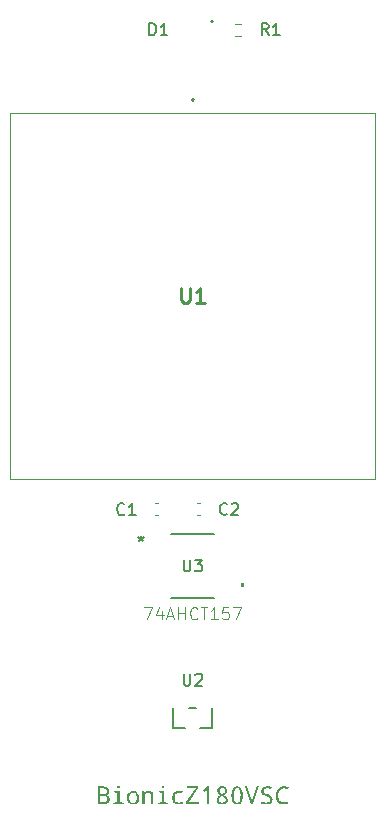
<source format=gbr>
G04 #@! TF.GenerationSoftware,KiCad,Pcbnew,9.0.6-9.0.6~ubuntu25.10.1*
G04 #@! TF.CreationDate,2025-11-17T13:41:13+09:00*
G04 #@! TF.ProjectId,bionic-z180vsc,62696f6e-6963-42d7-9a31-38307673632e,2*
G04 #@! TF.SameCoordinates,Original*
G04 #@! TF.FileFunction,Legend,Top*
G04 #@! TF.FilePolarity,Positive*
%FSLAX46Y46*%
G04 Gerber Fmt 4.6, Leading zero omitted, Abs format (unit mm)*
G04 Created by KiCad (PCBNEW 9.0.6-9.0.6~ubuntu25.10.1) date 2025-11-17 13:41:13*
%MOMM*%
%LPD*%
G01*
G04 APERTURE LIST*
%ADD10C,0.150000*%
%ADD11C,0.100000*%
%ADD12C,0.254000*%
%ADD13C,0.152400*%
%ADD14C,0.000000*%
%ADD15C,0.120000*%
%ADD16C,0.200000*%
G04 APERTURE END LIST*
D10*
G36*
X106252544Y-135676957D02*
G01*
X106364956Y-135695966D01*
X106450348Y-135724097D01*
X106514131Y-135759448D01*
X106567796Y-135808979D01*
X106606862Y-135871540D01*
X106631725Y-135949979D01*
X106640710Y-136048509D01*
X106631363Y-136132661D01*
X106604504Y-136204404D01*
X106560202Y-136266496D01*
X106501731Y-136315933D01*
X106430141Y-136351161D01*
X106342490Y-136371917D01*
X106342490Y-136382175D01*
X106454751Y-136410284D01*
X106539204Y-136450758D01*
X106601537Y-136502106D01*
X106645589Y-136564717D01*
X106672934Y-136640817D01*
X106682659Y-136734160D01*
X106673804Y-136834321D01*
X106648662Y-136919279D01*
X106608233Y-136991916D01*
X106551958Y-137054270D01*
X106483860Y-137103334D01*
X106403500Y-137139492D01*
X106308522Y-137162373D01*
X106195944Y-137170500D01*
X105655923Y-137170500D01*
X105655923Y-137007559D01*
X105847532Y-137007559D01*
X106162147Y-137007559D01*
X106268212Y-136998123D01*
X106346783Y-136972830D01*
X106404375Y-136934364D01*
X106445356Y-136882684D01*
X106471319Y-136815043D01*
X106480792Y-136726466D01*
X106471492Y-136646542D01*
X106445711Y-136584595D01*
X106404251Y-136536312D01*
X106344728Y-136499629D01*
X106261988Y-136475119D01*
X106148775Y-136465889D01*
X105847532Y-136465889D01*
X105847532Y-137007559D01*
X105655923Y-137007559D01*
X105655923Y-136302949D01*
X105847532Y-136302949D01*
X106138608Y-136302949D01*
X106244351Y-136295385D01*
X106319524Y-136275652D01*
X106371707Y-136246895D01*
X106410679Y-136204117D01*
X106435677Y-136144221D01*
X106444980Y-136061240D01*
X106435272Y-135983708D01*
X106408830Y-135927028D01*
X106366578Y-135885843D01*
X106311338Y-135858816D01*
X106231206Y-135840044D01*
X106118092Y-135832812D01*
X105847532Y-135832812D01*
X105847532Y-136302949D01*
X105655923Y-136302949D01*
X105655923Y-135669871D01*
X106106826Y-135669871D01*
X106252544Y-135676957D01*
G37*
G36*
X107425096Y-135581944D02*
G01*
X107473789Y-135589664D01*
X107505925Y-135610434D01*
X107526053Y-135644856D01*
X107533723Y-135698631D01*
X107524959Y-135752334D01*
X107501391Y-135787291D01*
X107466265Y-135809110D01*
X107425096Y-135816417D01*
X107375952Y-135808625D01*
X107343519Y-135787660D01*
X107323204Y-135752914D01*
X107315462Y-135698631D01*
X107323171Y-135644950D01*
X107343434Y-135610522D01*
X107375861Y-135589697D01*
X107425096Y-135581944D01*
G37*
G36*
X107330757Y-136191574D02*
G01*
X107055160Y-136170233D01*
X107055160Y-136045028D01*
X107517328Y-136045028D01*
X107517328Y-137023954D01*
X107878014Y-137044470D01*
X107878014Y-137170500D01*
X106978315Y-137170500D01*
X106978315Y-137044470D01*
X107330757Y-137023954D01*
X107330757Y-136191574D01*
G37*
G36*
X108775192Y-136037777D02*
G01*
X108870763Y-136067647D01*
X108955880Y-136116695D01*
X109032336Y-136186353D01*
X109092917Y-136269333D01*
X109137182Y-136365595D01*
X109164960Y-136477641D01*
X109174760Y-136608680D01*
X109164939Y-136744302D01*
X109137297Y-136858635D01*
X109093620Y-136955297D01*
X109034351Y-137037143D01*
X108959109Y-137105204D01*
X108873259Y-137153664D01*
X108774695Y-137183517D01*
X108660385Y-137193947D01*
X108552820Y-137183632D01*
X108457816Y-137153756D01*
X108372801Y-137104580D01*
X108296036Y-137034578D01*
X108235339Y-136951290D01*
X108190924Y-136854379D01*
X108163012Y-136741273D01*
X108153153Y-136608680D01*
X108345769Y-136608680D01*
X108354403Y-136738761D01*
X108377592Y-136837817D01*
X108412311Y-136912285D01*
X108457141Y-136967293D01*
X108512453Y-137006274D01*
X108580359Y-137030571D01*
X108664415Y-137039250D01*
X108748139Y-137030585D01*
X108815801Y-137006323D01*
X108870938Y-136967383D01*
X108915648Y-136912403D01*
X108950290Y-136837937D01*
X108973434Y-136738845D01*
X108982053Y-136608680D01*
X108973441Y-136480148D01*
X108950292Y-136382160D01*
X108915592Y-136308379D01*
X108870708Y-136253774D01*
X108815223Y-136215002D01*
X108746982Y-136190796D01*
X108662400Y-136182140D01*
X108578813Y-136190752D01*
X108511307Y-136214855D01*
X108456345Y-136253508D01*
X108411820Y-136308029D01*
X108377352Y-136381803D01*
X108354337Y-136479897D01*
X108345769Y-136608680D01*
X108153153Y-136608680D01*
X108162871Y-136473982D01*
X108190217Y-136360445D01*
X108233414Y-136264476D01*
X108292006Y-136183239D01*
X108366471Y-136115805D01*
X108452084Y-136067643D01*
X108551047Y-136037874D01*
X108666521Y-136027443D01*
X108775192Y-136037777D01*
G37*
G36*
X110202962Y-137170500D02*
G01*
X110202962Y-136447846D01*
X110194926Y-136360143D01*
X110173314Y-136294869D01*
X110140260Y-136246713D01*
X110095536Y-136212199D01*
X110036607Y-136190198D01*
X109959055Y-136182140D01*
X109875190Y-136190532D01*
X109807751Y-136213944D01*
X109753160Y-136251290D01*
X109709213Y-136303628D01*
X109675382Y-136374009D01*
X109652885Y-136467116D01*
X109644531Y-136588896D01*
X109644531Y-137170500D01*
X109458051Y-137170500D01*
X109458051Y-136045028D01*
X109608719Y-136045028D01*
X109636379Y-136199543D01*
X109646637Y-136199543D01*
X109693414Y-136138377D01*
X109749571Y-136091230D01*
X109816326Y-136056826D01*
X109895798Y-136035147D01*
X109990837Y-136027443D01*
X110103001Y-136036951D01*
X110191122Y-136063033D01*
X110260244Y-136103486D01*
X110313950Y-136158227D01*
X110353969Y-136229294D01*
X110379937Y-136320575D01*
X110389441Y-136437405D01*
X110389441Y-137170500D01*
X110202962Y-137170500D01*
G37*
G36*
X111201579Y-135581944D02*
G01*
X111250272Y-135589664D01*
X111282407Y-135610434D01*
X111302536Y-135644856D01*
X111310206Y-135698631D01*
X111301442Y-135752334D01*
X111277874Y-135787291D01*
X111242748Y-135809110D01*
X111201579Y-135816417D01*
X111152435Y-135808625D01*
X111120002Y-135787660D01*
X111099687Y-135752914D01*
X111091944Y-135698631D01*
X111099654Y-135644950D01*
X111119917Y-135610522D01*
X111152344Y-135589697D01*
X111201579Y-135581944D01*
G37*
G36*
X111107240Y-136191574D02*
G01*
X110831643Y-136170233D01*
X110831643Y-136045028D01*
X111293811Y-136045028D01*
X111293811Y-137023954D01*
X111654497Y-137044470D01*
X111654497Y-137170500D01*
X110754798Y-137170500D01*
X110754798Y-137044470D01*
X111107240Y-137023954D01*
X111107240Y-136191574D01*
G37*
G36*
X112898945Y-136087893D02*
G01*
X112835380Y-136249826D01*
X112731319Y-136215363D01*
X112640434Y-136196314D01*
X112560790Y-136190383D01*
X112455804Y-136199824D01*
X112372653Y-136225870D01*
X112306713Y-136266656D01*
X112254834Y-136322524D01*
X112215720Y-136395962D01*
X112190110Y-136491295D01*
X112180687Y-136614267D01*
X112189901Y-136735439D01*
X112214926Y-136829283D01*
X112253104Y-136901479D01*
X112303666Y-136956313D01*
X112367829Y-136996281D01*
X112448625Y-137021773D01*
X112550532Y-137031006D01*
X112656714Y-137024181D01*
X112766055Y-137003300D01*
X112879436Y-136967442D01*
X112879436Y-137131390D01*
X112785837Y-137164837D01*
X112674532Y-137186282D01*
X112542289Y-137193947D01*
X112411475Y-137183556D01*
X112302167Y-137154347D01*
X112210463Y-137108077D01*
X112133427Y-137044837D01*
X112072394Y-136966413D01*
X112027177Y-136871374D01*
X111998323Y-136756309D01*
X111987980Y-136616831D01*
X111994872Y-136499118D01*
X112014279Y-136398757D01*
X112044759Y-136313178D01*
X112085536Y-136240199D01*
X112136541Y-136178110D01*
X112215072Y-136114306D01*
X112308746Y-136067538D01*
X112420603Y-136037971D01*
X112554654Y-136027443D01*
X112675103Y-136034292D01*
X112789564Y-136054512D01*
X112898945Y-136087893D01*
G37*
G36*
X114222344Y-137170500D02*
G01*
X113175092Y-137170500D01*
X113175092Y-137023954D01*
X113987688Y-135837941D01*
X113196616Y-135837941D01*
X113196616Y-135669871D01*
X114201828Y-135669871D01*
X114201828Y-135816417D01*
X113389232Y-137002430D01*
X114222344Y-137002430D01*
X114222344Y-137170500D01*
G37*
G36*
X115106106Y-137170500D02*
G01*
X114925763Y-137170500D01*
X114925763Y-136233614D01*
X114934007Y-135863129D01*
X114809992Y-135979266D01*
X114659325Y-136103647D01*
X114559949Y-135977251D01*
X114952416Y-135669871D01*
X115106106Y-135669871D01*
X115106106Y-137170500D01*
G37*
G36*
X116311304Y-135653125D02*
G01*
X116392147Y-135672151D01*
X116462032Y-135702472D01*
X116522654Y-135743877D01*
X116573565Y-135796610D01*
X116609625Y-135856979D01*
X116631783Y-135926507D01*
X116639524Y-136007476D01*
X116629341Y-136095417D01*
X116599402Y-136174362D01*
X116548821Y-136246688D01*
X116474427Y-136313735D01*
X116371070Y-136375672D01*
X116478260Y-136439854D01*
X116558799Y-136504882D01*
X116617143Y-136570733D01*
X116656759Y-136637900D01*
X116679953Y-136707396D01*
X116687701Y-136780688D01*
X116679179Y-136871709D01*
X116654716Y-136950576D01*
X116614837Y-137019679D01*
X116558557Y-137080649D01*
X116491261Y-137128832D01*
X116413375Y-137164056D01*
X116322921Y-137186156D01*
X116217381Y-137193947D01*
X116106194Y-137186359D01*
X116013560Y-137165146D01*
X115936336Y-137131932D01*
X115871991Y-137087335D01*
X115818676Y-137029906D01*
X115780361Y-136962499D01*
X115756493Y-136883123D01*
X115748068Y-136788931D01*
X115930517Y-136788931D01*
X115938870Y-136866277D01*
X115961790Y-136925440D01*
X115998044Y-136970745D01*
X116049116Y-137004545D01*
X116118942Y-137026812D01*
X116213351Y-137035128D01*
X116303923Y-137026748D01*
X116374308Y-137003783D01*
X116428956Y-136967992D01*
X116470644Y-136918550D01*
X116496240Y-136857333D01*
X116505343Y-136780780D01*
X116498196Y-136721679D01*
X116476986Y-136667667D01*
X116440771Y-136617198D01*
X116394000Y-136574050D01*
X116323170Y-136525229D01*
X116221502Y-136470011D01*
X116190728Y-136455631D01*
X116088968Y-136514258D01*
X116016697Y-136576332D01*
X115968283Y-136641888D01*
X115940029Y-136712049D01*
X115930517Y-136788931D01*
X115748068Y-136788931D01*
X115755884Y-136705151D01*
X115778688Y-136629651D01*
X115816450Y-136560678D01*
X115870369Y-136497004D01*
X115942787Y-136438032D01*
X116037038Y-136383824D01*
X115945164Y-136316254D01*
X115878286Y-136245460D01*
X115832505Y-136170978D01*
X115805405Y-136091579D01*
X115797403Y-136016269D01*
X115978603Y-136016269D01*
X115984518Y-136075670D01*
X116001514Y-136126952D01*
X116029344Y-136171790D01*
X116067251Y-136209652D01*
X116128158Y-136252108D01*
X116219487Y-136299743D01*
X116313512Y-136249346D01*
X116379582Y-136196196D01*
X116423362Y-136140408D01*
X116448684Y-136081062D01*
X116457166Y-136016269D01*
X116449365Y-135950614D01*
X116427655Y-135899428D01*
X116392594Y-135859282D01*
X116346648Y-135830370D01*
X116288657Y-135811927D01*
X116215366Y-135805243D01*
X116144824Y-135811854D01*
X116088220Y-135830229D01*
X116042625Y-135859282D01*
X116007889Y-135899385D01*
X115986349Y-135950568D01*
X115978603Y-136016269D01*
X115797403Y-136016269D01*
X115796245Y-136005370D01*
X115804107Y-135925094D01*
X115826648Y-135856052D01*
X115863441Y-135795960D01*
X115915588Y-135743327D01*
X115977542Y-135701850D01*
X116047478Y-135671715D01*
X116126826Y-135652972D01*
X116217381Y-135646424D01*
X116311304Y-135653125D01*
G37*
G36*
X117566876Y-135654805D02*
G01*
X117647119Y-135678827D01*
X117717306Y-135717859D01*
X117779107Y-135772688D01*
X117833322Y-135845452D01*
X117882333Y-135945187D01*
X117920454Y-136070514D01*
X117945596Y-136226671D01*
X117954772Y-136419636D01*
X117946093Y-136613762D01*
X117922402Y-136769394D01*
X117886699Y-136892798D01*
X117841186Y-136989505D01*
X117787132Y-137064177D01*
X117724757Y-137120409D01*
X117653194Y-137160501D01*
X117570572Y-137185267D01*
X117474193Y-137193947D01*
X117382886Y-137185610D01*
X117303638Y-137161681D01*
X117234118Y-137122731D01*
X117172706Y-137067906D01*
X117118637Y-136995011D01*
X117069886Y-136895281D01*
X117031933Y-136769791D01*
X117006883Y-136613252D01*
X116997737Y-136419636D01*
X116997757Y-136419178D01*
X117187238Y-136419178D01*
X117192905Y-136591671D01*
X117207958Y-136722834D01*
X117229812Y-136820328D01*
X117256390Y-136890964D01*
X117297550Y-136955978D01*
X117346535Y-136999822D01*
X117404459Y-137026012D01*
X117474193Y-137035128D01*
X117544929Y-137025961D01*
X117603755Y-136999630D01*
X117653553Y-136955597D01*
X117695477Y-136890414D01*
X117722706Y-136819475D01*
X117745044Y-136721905D01*
X117760408Y-136590991D01*
X117766186Y-136419178D01*
X117760420Y-136248511D01*
X117745074Y-136118229D01*
X117722739Y-136020910D01*
X117695477Y-135949957D01*
X117653553Y-135884774D01*
X117603755Y-135840741D01*
X117544929Y-135814410D01*
X117474193Y-135805243D01*
X117404428Y-135814339D01*
X117346495Y-135840463D01*
X117297523Y-135884173D01*
X117256390Y-135948949D01*
X117229812Y-136019327D01*
X117207959Y-136116484D01*
X117192905Y-136247217D01*
X117187238Y-136419178D01*
X116997757Y-136419178D01*
X117006367Y-136225507D01*
X117029922Y-136069943D01*
X117065405Y-135946664D01*
X117110612Y-135850124D01*
X117164262Y-135775646D01*
X117226119Y-135719612D01*
X117297024Y-135679696D01*
X117378826Y-135655057D01*
X117474193Y-135646424D01*
X117566876Y-135654805D01*
G37*
G36*
X119127504Y-135669871D02*
G01*
X119331385Y-135669871D01*
X118830382Y-137170500D01*
X118638774Y-137170500D01*
X118139694Y-135669871D01*
X118340553Y-135669871D01*
X118642804Y-136621319D01*
X118683809Y-136762478D01*
X118733021Y-136964145D01*
X118770804Y-136809554D01*
X118828276Y-136615183D01*
X119127504Y-135669871D01*
G37*
G36*
X119509164Y-137124154D02*
G01*
X119509164Y-136942804D01*
X119655313Y-136992600D01*
X119796304Y-137021548D01*
X119933413Y-137031006D01*
X120058784Y-137021707D01*
X120149135Y-136997241D01*
X120212875Y-136961216D01*
X120256258Y-136914809D01*
X120282677Y-136856551D01*
X120292084Y-136782611D01*
X120283511Y-136714953D01*
X120259390Y-136661363D01*
X120219819Y-136618480D01*
X120167434Y-136584459D01*
X120075226Y-136539822D01*
X119927277Y-136482101D01*
X119788529Y-136423935D01*
X119689354Y-136364038D01*
X119621363Y-136303132D01*
X119581694Y-136248698D01*
X119552903Y-136186535D01*
X119534963Y-136115204D01*
X119528672Y-136032847D01*
X119537364Y-135946218D01*
X119562220Y-135872349D01*
X119602757Y-135808605D01*
X119660289Y-135753311D01*
X119727906Y-135711253D01*
X119808873Y-135679719D01*
X119905728Y-135659515D01*
X120021524Y-135652286D01*
X120176344Y-135661558D01*
X120317830Y-135688490D01*
X120447789Y-135732245D01*
X120382210Y-135900223D01*
X120248463Y-135854489D01*
X120126092Y-135828604D01*
X120013372Y-135820356D01*
X119909063Y-135828278D01*
X119833631Y-135849167D01*
X119780159Y-135880050D01*
X119743553Y-135920043D01*
X119721143Y-135970525D01*
X119713137Y-136034862D01*
X119721011Y-136101705D01*
X119743426Y-136156902D01*
X119780273Y-136203115D01*
X119829774Y-136239869D01*
X119917068Y-136284876D01*
X120057428Y-136339494D01*
X120223948Y-136408516D01*
X120330756Y-136470444D01*
X120394025Y-136525698D01*
X120440111Y-136593956D01*
X120468539Y-136675029D01*
X120478563Y-136772353D01*
X120469159Y-136868121D01*
X120442277Y-136949858D01*
X120398518Y-137020419D01*
X120336597Y-137081656D01*
X120263707Y-137128036D01*
X120174517Y-137163101D01*
X120065739Y-137185771D01*
X119933413Y-137193947D01*
X119752234Y-137184785D01*
X119613587Y-137160294D01*
X119509164Y-137124154D01*
G37*
G36*
X121775310Y-136966435D02*
G01*
X121775310Y-137133222D01*
X121673783Y-137165595D01*
X121552648Y-137186467D01*
X121408488Y-137193947D01*
X121281447Y-137184991D01*
X121171985Y-137159556D01*
X121077279Y-137119031D01*
X120995069Y-137063736D01*
X120923788Y-136992904D01*
X120866630Y-136911494D01*
X120820474Y-136816054D01*
X120785756Y-136704406D01*
X120763590Y-136573914D01*
X120755718Y-136421559D01*
X120763991Y-136277450D01*
X120787539Y-136151495D01*
X120824941Y-136041197D01*
X120875460Y-135944421D01*
X120939083Y-135859465D01*
X121016652Y-135785814D01*
X121103905Y-135728674D01*
X121202197Y-135687137D01*
X121313476Y-135661304D01*
X121440178Y-135652286D01*
X121588318Y-135662707D01*
X121718180Y-135692523D01*
X121832646Y-135740397D01*
X121752687Y-135900223D01*
X121645359Y-135855006D01*
X121541626Y-135828879D01*
X121440178Y-135820356D01*
X121333318Y-135830987D01*
X121240941Y-135861552D01*
X121160059Y-135911619D01*
X121088743Y-135982838D01*
X121033730Y-136066733D01*
X120992848Y-136166036D01*
X120966843Y-136283646D01*
X120957585Y-136423116D01*
X120966646Y-136572561D01*
X120991635Y-136694055D01*
X121030038Y-136792411D01*
X121080500Y-136871638D01*
X121147366Y-136937775D01*
X121227594Y-136985422D01*
X121323904Y-137015268D01*
X121440270Y-137025877D01*
X121528428Y-137020285D01*
X121638697Y-137001566D01*
X121775310Y-136966435D01*
G37*
D11*
X109628571Y-120511419D02*
X110295237Y-120511419D01*
X110295237Y-120511419D02*
X109866666Y-121511419D01*
X111104761Y-120844752D02*
X111104761Y-121511419D01*
X110866666Y-120463800D02*
X110628571Y-121178085D01*
X110628571Y-121178085D02*
X111247618Y-121178085D01*
X111580952Y-121225704D02*
X112057142Y-121225704D01*
X111485714Y-121511419D02*
X111819047Y-120511419D01*
X111819047Y-120511419D02*
X112152380Y-121511419D01*
X112485714Y-121511419D02*
X112485714Y-120511419D01*
X112485714Y-120987609D02*
X113057142Y-120987609D01*
X113057142Y-121511419D02*
X113057142Y-120511419D01*
X114104761Y-121416180D02*
X114057142Y-121463800D01*
X114057142Y-121463800D02*
X113914285Y-121511419D01*
X113914285Y-121511419D02*
X113819047Y-121511419D01*
X113819047Y-121511419D02*
X113676190Y-121463800D01*
X113676190Y-121463800D02*
X113580952Y-121368561D01*
X113580952Y-121368561D02*
X113533333Y-121273323D01*
X113533333Y-121273323D02*
X113485714Y-121082847D01*
X113485714Y-121082847D02*
X113485714Y-120939990D01*
X113485714Y-120939990D02*
X113533333Y-120749514D01*
X113533333Y-120749514D02*
X113580952Y-120654276D01*
X113580952Y-120654276D02*
X113676190Y-120559038D01*
X113676190Y-120559038D02*
X113819047Y-120511419D01*
X113819047Y-120511419D02*
X113914285Y-120511419D01*
X113914285Y-120511419D02*
X114057142Y-120559038D01*
X114057142Y-120559038D02*
X114104761Y-120606657D01*
X114390476Y-120511419D02*
X114961904Y-120511419D01*
X114676190Y-121511419D02*
X114676190Y-120511419D01*
X115819047Y-121511419D02*
X115247619Y-121511419D01*
X115533333Y-121511419D02*
X115533333Y-120511419D01*
X115533333Y-120511419D02*
X115438095Y-120654276D01*
X115438095Y-120654276D02*
X115342857Y-120749514D01*
X115342857Y-120749514D02*
X115247619Y-120797133D01*
X116723809Y-120511419D02*
X116247619Y-120511419D01*
X116247619Y-120511419D02*
X116200000Y-120987609D01*
X116200000Y-120987609D02*
X116247619Y-120939990D01*
X116247619Y-120939990D02*
X116342857Y-120892371D01*
X116342857Y-120892371D02*
X116580952Y-120892371D01*
X116580952Y-120892371D02*
X116676190Y-120939990D01*
X116676190Y-120939990D02*
X116723809Y-120987609D01*
X116723809Y-120987609D02*
X116771428Y-121082847D01*
X116771428Y-121082847D02*
X116771428Y-121320942D01*
X116771428Y-121320942D02*
X116723809Y-121416180D01*
X116723809Y-121416180D02*
X116676190Y-121463800D01*
X116676190Y-121463800D02*
X116580952Y-121511419D01*
X116580952Y-121511419D02*
X116342857Y-121511419D01*
X116342857Y-121511419D02*
X116247619Y-121463800D01*
X116247619Y-121463800D02*
X116200000Y-121416180D01*
X117104762Y-120511419D02*
X117771428Y-120511419D01*
X117771428Y-120511419D02*
X117342857Y-121511419D01*
D10*
X112938095Y-116455820D02*
X112938095Y-117265343D01*
X112938095Y-117265343D02*
X112985714Y-117360581D01*
X112985714Y-117360581D02*
X113033333Y-117408201D01*
X113033333Y-117408201D02*
X113128571Y-117455820D01*
X113128571Y-117455820D02*
X113319047Y-117455820D01*
X113319047Y-117455820D02*
X113414285Y-117408201D01*
X113414285Y-117408201D02*
X113461904Y-117360581D01*
X113461904Y-117360581D02*
X113509523Y-117265343D01*
X113509523Y-117265343D02*
X113509523Y-116455820D01*
X113890476Y-116455820D02*
X114509523Y-116455820D01*
X114509523Y-116455820D02*
X114176190Y-116836772D01*
X114176190Y-116836772D02*
X114319047Y-116836772D01*
X114319047Y-116836772D02*
X114414285Y-116884391D01*
X114414285Y-116884391D02*
X114461904Y-116932010D01*
X114461904Y-116932010D02*
X114509523Y-117027248D01*
X114509523Y-117027248D02*
X114509523Y-117265343D01*
X114509523Y-117265343D02*
X114461904Y-117360581D01*
X114461904Y-117360581D02*
X114414285Y-117408201D01*
X114414285Y-117408201D02*
X114319047Y-117455820D01*
X114319047Y-117455820D02*
X114033333Y-117455820D01*
X114033333Y-117455820D02*
X113938095Y-117408201D01*
X113938095Y-117408201D02*
X113890476Y-117360581D01*
X109331200Y-114438220D02*
X109331200Y-114676315D01*
X109093105Y-114581077D02*
X109331200Y-114676315D01*
X109331200Y-114676315D02*
X109569295Y-114581077D01*
X109188343Y-114866791D02*
X109331200Y-114676315D01*
X109331200Y-114676315D02*
X109474057Y-114866791D01*
X110040905Y-72055019D02*
X110040905Y-71055019D01*
X110040905Y-71055019D02*
X110279000Y-71055019D01*
X110279000Y-71055019D02*
X110421857Y-71102638D01*
X110421857Y-71102638D02*
X110517095Y-71197876D01*
X110517095Y-71197876D02*
X110564714Y-71293114D01*
X110564714Y-71293114D02*
X110612333Y-71483590D01*
X110612333Y-71483590D02*
X110612333Y-71626447D01*
X110612333Y-71626447D02*
X110564714Y-71816923D01*
X110564714Y-71816923D02*
X110517095Y-71912161D01*
X110517095Y-71912161D02*
X110421857Y-72007400D01*
X110421857Y-72007400D02*
X110279000Y-72055019D01*
X110279000Y-72055019D02*
X110040905Y-72055019D01*
X111564714Y-72055019D02*
X110993286Y-72055019D01*
X111279000Y-72055019D02*
X111279000Y-71055019D01*
X111279000Y-71055019D02*
X111183762Y-71197876D01*
X111183762Y-71197876D02*
X111088524Y-71293114D01*
X111088524Y-71293114D02*
X110993286Y-71340733D01*
X120137333Y-72055019D02*
X119804000Y-71578828D01*
X119565905Y-72055019D02*
X119565905Y-71055019D01*
X119565905Y-71055019D02*
X119946857Y-71055019D01*
X119946857Y-71055019D02*
X120042095Y-71102638D01*
X120042095Y-71102638D02*
X120089714Y-71150257D01*
X120089714Y-71150257D02*
X120137333Y-71245495D01*
X120137333Y-71245495D02*
X120137333Y-71388352D01*
X120137333Y-71388352D02*
X120089714Y-71483590D01*
X120089714Y-71483590D02*
X120042095Y-71531209D01*
X120042095Y-71531209D02*
X119946857Y-71578828D01*
X119946857Y-71578828D02*
X119565905Y-71578828D01*
X121089714Y-72055019D02*
X120518286Y-72055019D01*
X120804000Y-72055019D02*
X120804000Y-71055019D01*
X120804000Y-71055019D02*
X120708762Y-71197876D01*
X120708762Y-71197876D02*
X120613524Y-71293114D01*
X120613524Y-71293114D02*
X120518286Y-71340733D01*
D12*
X112732380Y-93434318D02*
X112732380Y-94462413D01*
X112732380Y-94462413D02*
X112792857Y-94583365D01*
X112792857Y-94583365D02*
X112853333Y-94643842D01*
X112853333Y-94643842D02*
X112974285Y-94704318D01*
X112974285Y-94704318D02*
X113216190Y-94704318D01*
X113216190Y-94704318D02*
X113337142Y-94643842D01*
X113337142Y-94643842D02*
X113397619Y-94583365D01*
X113397619Y-94583365D02*
X113458095Y-94462413D01*
X113458095Y-94462413D02*
X113458095Y-93434318D01*
X114728095Y-94704318D02*
X114002380Y-94704318D01*
X114365237Y-94704318D02*
X114365237Y-93434318D01*
X114365237Y-93434318D02*
X114244285Y-93615746D01*
X114244285Y-93615746D02*
X114123333Y-93736699D01*
X114123333Y-93736699D02*
X114002380Y-93797175D01*
D10*
X112938095Y-126122219D02*
X112938095Y-126931742D01*
X112938095Y-126931742D02*
X112985714Y-127026980D01*
X112985714Y-127026980D02*
X113033333Y-127074600D01*
X113033333Y-127074600D02*
X113128571Y-127122219D01*
X113128571Y-127122219D02*
X113319047Y-127122219D01*
X113319047Y-127122219D02*
X113414285Y-127074600D01*
X113414285Y-127074600D02*
X113461904Y-127026980D01*
X113461904Y-127026980D02*
X113509523Y-126931742D01*
X113509523Y-126931742D02*
X113509523Y-126122219D01*
X113938095Y-126217457D02*
X113985714Y-126169838D01*
X113985714Y-126169838D02*
X114080952Y-126122219D01*
X114080952Y-126122219D02*
X114319047Y-126122219D01*
X114319047Y-126122219D02*
X114414285Y-126169838D01*
X114414285Y-126169838D02*
X114461904Y-126217457D01*
X114461904Y-126217457D02*
X114509523Y-126312695D01*
X114509523Y-126312695D02*
X114509523Y-126407933D01*
X114509523Y-126407933D02*
X114461904Y-126550790D01*
X114461904Y-126550790D02*
X113890476Y-127122219D01*
X113890476Y-127122219D02*
X114509523Y-127122219D01*
X107919933Y-112599780D02*
X107872314Y-112647400D01*
X107872314Y-112647400D02*
X107729457Y-112695019D01*
X107729457Y-112695019D02*
X107634219Y-112695019D01*
X107634219Y-112695019D02*
X107491362Y-112647400D01*
X107491362Y-112647400D02*
X107396124Y-112552161D01*
X107396124Y-112552161D02*
X107348505Y-112456923D01*
X107348505Y-112456923D02*
X107300886Y-112266447D01*
X107300886Y-112266447D02*
X107300886Y-112123590D01*
X107300886Y-112123590D02*
X107348505Y-111933114D01*
X107348505Y-111933114D02*
X107396124Y-111837876D01*
X107396124Y-111837876D02*
X107491362Y-111742638D01*
X107491362Y-111742638D02*
X107634219Y-111695019D01*
X107634219Y-111695019D02*
X107729457Y-111695019D01*
X107729457Y-111695019D02*
X107872314Y-111742638D01*
X107872314Y-111742638D02*
X107919933Y-111790257D01*
X108872314Y-112695019D02*
X108300886Y-112695019D01*
X108586600Y-112695019D02*
X108586600Y-111695019D01*
X108586600Y-111695019D02*
X108491362Y-111837876D01*
X108491362Y-111837876D02*
X108396124Y-111933114D01*
X108396124Y-111933114D02*
X108300886Y-111980733D01*
X116632133Y-112574380D02*
X116584514Y-112622000D01*
X116584514Y-112622000D02*
X116441657Y-112669619D01*
X116441657Y-112669619D02*
X116346419Y-112669619D01*
X116346419Y-112669619D02*
X116203562Y-112622000D01*
X116203562Y-112622000D02*
X116108324Y-112526761D01*
X116108324Y-112526761D02*
X116060705Y-112431523D01*
X116060705Y-112431523D02*
X116013086Y-112241047D01*
X116013086Y-112241047D02*
X116013086Y-112098190D01*
X116013086Y-112098190D02*
X116060705Y-111907714D01*
X116060705Y-111907714D02*
X116108324Y-111812476D01*
X116108324Y-111812476D02*
X116203562Y-111717238D01*
X116203562Y-111717238D02*
X116346419Y-111669619D01*
X116346419Y-111669619D02*
X116441657Y-111669619D01*
X116441657Y-111669619D02*
X116584514Y-111717238D01*
X116584514Y-111717238D02*
X116632133Y-111764857D01*
X117013086Y-111764857D02*
X117060705Y-111717238D01*
X117060705Y-111717238D02*
X117155943Y-111669619D01*
X117155943Y-111669619D02*
X117394038Y-111669619D01*
X117394038Y-111669619D02*
X117489276Y-111717238D01*
X117489276Y-111717238D02*
X117536895Y-111764857D01*
X117536895Y-111764857D02*
X117584514Y-111860095D01*
X117584514Y-111860095D02*
X117584514Y-111955333D01*
X117584514Y-111955333D02*
X117536895Y-112098190D01*
X117536895Y-112098190D02*
X116965467Y-112669619D01*
X116965467Y-112669619D02*
X117584514Y-112669619D01*
D13*
X111860576Y-119680701D02*
X115539424Y-119680701D01*
X115539424Y-114321301D02*
X111860576Y-114321301D01*
D14*
G36*
X118068800Y-118816502D02*
G01*
X117814800Y-118816502D01*
X117814800Y-118435502D01*
X118068800Y-118435502D01*
X118068800Y-118816502D01*
G37*
D13*
X115427200Y-70914400D02*
G75*
G02*
X115274800Y-70914400I-76200J0D01*
G01*
X115274800Y-70914400D02*
G75*
G02*
X115427200Y-70914400I76200J0D01*
G01*
D15*
X117255276Y-71077700D02*
X117764724Y-71077700D01*
X117255276Y-72122700D02*
X117764724Y-72122700D01*
D11*
X98225000Y-78655000D02*
X129175000Y-78655000D01*
X98225000Y-109605000D02*
X98225000Y-78655000D01*
D16*
X113700000Y-77420000D02*
X113700000Y-77420000D01*
X113700000Y-77620000D02*
X113700000Y-77620000D01*
D11*
X129175000Y-78655000D02*
X129175000Y-109605000D01*
X129175000Y-109605000D02*
X98225000Y-109605000D01*
D16*
X113700000Y-77420000D02*
G75*
G02*
X113700000Y-77620000I0J-100000D01*
G01*
X113700000Y-77620000D02*
G75*
G02*
X113700000Y-77420000I0J100000D01*
G01*
D13*
X112048000Y-129067000D02*
X112048000Y-130721000D01*
X112048000Y-130721000D02*
X113037060Y-130721000D01*
X113987061Y-129067000D02*
X113412939Y-129067000D01*
X114362940Y-130721000D02*
X115352000Y-130721000D01*
X115352000Y-130721000D02*
X115352000Y-129067000D01*
D15*
X110773967Y-111704800D02*
X110481433Y-111704800D01*
X110773967Y-112724800D02*
X110481433Y-112724800D01*
X114062833Y-111704800D02*
X114355367Y-111704800D01*
X114062833Y-112724800D02*
X114355367Y-112724800D01*
M02*

</source>
